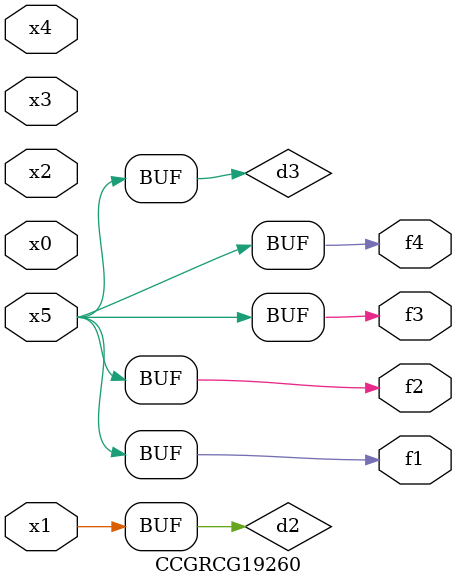
<source format=v>
module CCGRCG19260(
	input x0, x1, x2, x3, x4, x5,
	output f1, f2, f3, f4
);

	wire d1, d2, d3;

	not (d1, x5);
	or (d2, x1);
	xnor (d3, d1);
	assign f1 = d3;
	assign f2 = d3;
	assign f3 = d3;
	assign f4 = d3;
endmodule

</source>
